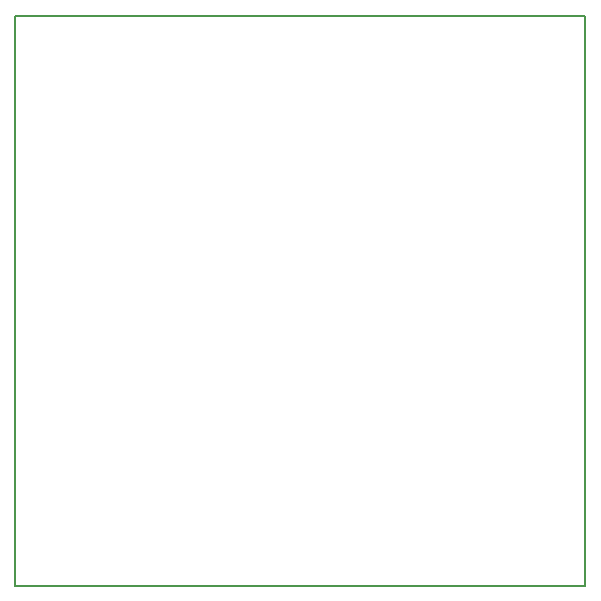
<source format=gbr>
G04 #@! TF.GenerationSoftware,KiCad,Pcbnew,no-vcs-found-7592~57~ubuntu16.04.1*
G04 #@! TF.CreationDate,2017-02-12T17:12:26+02:00*
G04 #@! TF.ProjectId,lora_sensor,6C6F72615F73656E736F722E6B696361,rev?*
G04 #@! TF.FileFunction,Drawing*
%FSLAX46Y46*%
G04 Gerber Fmt 4.6, Leading zero omitted, Abs format (unit mm)*
G04 Created by KiCad (PCBNEW no-vcs-found-7592~57~ubuntu16.04.1) date Sun Feb 12 17:12:26 2017*
%MOMM*%
%LPD*%
G01*
G04 APERTURE LIST*
%ADD10C,0.100000*%
%ADD11C,0.200000*%
G04 APERTURE END LIST*
D10*
D11*
X114300000Y-119380000D02*
X66040000Y-119380000D01*
X114300000Y-71120000D02*
X114300000Y-119380000D01*
X66040000Y-71120000D02*
X114300000Y-71120000D01*
X66040000Y-119380000D02*
X66040000Y-71120000D01*
M02*

</source>
